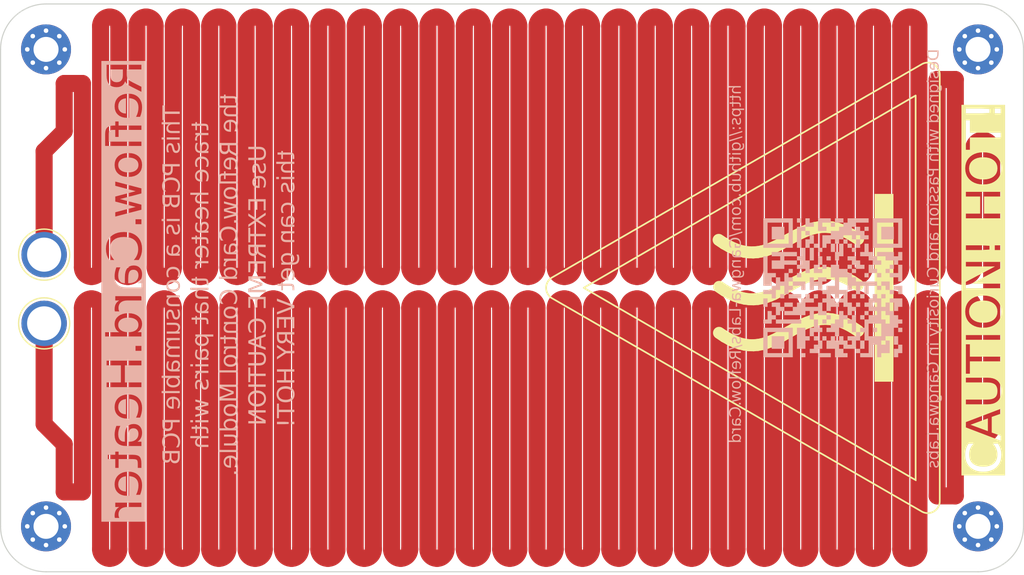
<source format=kicad_pcb>
(kicad_pcb (version 20221018) (generator pcbnew)
  (layers (0 "F.Cu" signal) (1 "In1.Cu" signal) (2 "In2.Cu" signal) (31 "B.Cu" signal) (34 "B.Paste" user) (35 "F.Paste" user) (36 "B.SilkS" user "B.Silkscreen") (37 "F.SilkS" user "F.Silkscreen") (38 "B.Mask" user) (39 "F.Mask" user) (44 "Edge.Cuts" user))
  (net 0 "")
  (footprint "MountingHole:MountingHole_2.2mm_M2_Pad_Via" (layer "F.Cu") (at 98.971573 61.571573)
    (fp_text reference "H5" hide)
    (fp_text value "MountingHole" hide)
    (pad "1" thru_hole circle (at -1.65 0) (size 0.7 0.7) (drill 0.4) (layers "*.Cu" "*.Mask"))
    (pad "1" thru_hole circle (at -1.166726 -1.166726) (size 0.7 0.7) (drill 0.4) (layers "*.Cu" "*.Mask"))
    (pad "1" thru_hole circle (at -1.166726 1.166726) (size 0.7 0.7) (drill 0.4) (layers "*.Cu" "*.Mask"))
    (pad "1" thru_hole circle (at 0 -1.65) (size 0.7 0.7) (drill 0.4) (layers "*.Cu" "*.Mask"))
    (pad "1" thru_hole circle (at 0 0) (size 4.4 4.4) (drill 2.2) (layers "*.Cu" "*.Mask"))
    (pad "1" thru_hole circle (at 0 1.65) (size 0.7 0.7) (drill 0.4) (layers "*.Cu" "*.Mask"))
    (pad "1" thru_hole circle (at 1.166726 -1.166726) (size 0.7 0.7) (drill 0.4) (layers "*.Cu" "*.Mask"))
    (pad "1" thru_hole circle (at 1.166726 1.166726) (size 0.7 0.7) (drill 0.4) (layers "*.Cu" "*.Mask"))
    (pad "1" thru_hole circle (at 1.65 0) (size 0.7 0.7) (drill 0.4) (layers "*.Cu" "*.Mask"))
  )
  (footprint "TestPoint:TestPoint_Pad_D4.0mm" (layer "F.Cu") (at 98.804847 79.646573)
    (fp_text reference "J9" hide)
    (fp_text value "Conn_01x01_Pin" hide)
    (pad "1" thru_hole circle (at 0 0) (size 4 4) (drill 3) (layers "*.Cu" "*.Mask"))
  )
  (footprint "MountingHole:MountingHole_2.2mm_M2_Pad_Via" (layer "F.Cu") (at 180.971573 103.571573)
    (fp_text reference "H6" hide)
    (fp_text value "MountingHole" hide)
    (pad "1" thru_hole circle (at -1.65 0) (size 0.7 0.7) (drill 0.4) (layers "*.Cu" "*.Mask"))
    (pad "1" thru_hole circle (at -1.166726 -1.166726) (size 0.7 0.7) (drill 0.4) (layers "*.Cu" "*.Mask"))
    (pad "1" thru_hole circle (at -1.166726 1.166726) (size 0.7 0.7) (drill 0.4) (layers "*.Cu" "*.Mask"))
    (pad "1" thru_hole circle (at 0 -1.65) (size 0.7 0.7) (drill 0.4) (layers "*.Cu" "*.Mask"))
    (pad "1" thru_hole circle (at 0 0) (size 4.4 4.4) (drill 2.2) (layers "*.Cu" "*.Mask"))
    (pad "1" thru_hole circle (at 0 1.65) (size 0.7 0.7) (drill 0.4) (layers "*.Cu" "*.Mask"))
    (pad "1" thru_hole circle (at 1.166726 -1.166726) (size 0.7 0.7) (drill 0.4) (layers "*.Cu" "*.Mask"))
    (pad "1" thru_hole circle (at 1.166726 1.166726) (size 0.7 0.7) (drill 0.4) (layers "*.Cu" "*.Mask"))
    (pad "1" thru_hole circle (at 1.65 0) (size 0.7 0.7) (drill 0.4) (layers "*.Cu" "*.Mask"))
  )
  (footprint "MountingHole:MountingHole_2.2mm_M2_Pad_Via" (layer "F.Cu") (at 180.971573 61.571573)
    (fp_text reference "H7" hide)
    (fp_text value "MountingHole" hide)
    (pad "1" thru_hole circle (at -1.65 0) (size 0.7 0.7) (drill 0.4) (layers "*.Cu" "*.Mask"))
    (pad "1" thru_hole circle (at -1.166726 -1.166726) (size 0.7 0.7) (drill 0.4) (layers "*.Cu" "*.Mask"))
    (pad "1" thru_hole circle (at -1.166726 1.166726) (size 0.7 0.7) (drill 0.4) (layers "*.Cu" "*.Mask"))
    (pad "1" thru_hole circle (at 0 -1.65) (size 0.7 0.7) (drill 0.4) (layers "*.Cu" "*.Mask"))
    (pad "1" thru_hole circle (at 0 0) (size 4.4 4.4) (drill 2.2) (layers "*.Cu" "*.Mask"))
    (pad "1" thru_hole circle (at 0 1.65) (size 0.7 0.7) (drill 0.4) (layers "*.Cu" "*.Mask"))
    (pad "1" thru_hole circle (at 1.166726 -1.166726) (size 0.7 0.7) (drill 0.4) (layers "*.Cu" "*.Mask"))
    (pad "1" thru_hole circle (at 1.166726 1.166726) (size 0.7 0.7) (drill 0.4) (layers "*.Cu" "*.Mask"))
    (pad "1" thru_hole circle (at 1.65 0) (size 0.7 0.7) (drill 0.4) (layers "*.Cu" "*.Mask"))
  )
  (footprint "TestPoint:TestPoint_Pad_D4.0mm" (layer "F.Cu") (at 98.804847 85.696573)
    (fp_text reference "J11" hide)
    (fp_text value "Conn_01x01_Pin" hide)
    (pad "1" thru_hole circle (at 0 0) (size 4 4) (drill 3) (layers "*.Cu" "*.Mask"))
  )
  (footprint "MountingHole:MountingHole_2.2mm_M2_Pad_Via" (layer "F.Cu") (at 98.971573 103.571573)
    (fp_text reference "H8" hide)
    (fp_text value "MountingHole" hide)
    (pad "1" thru_hole circle (at -1.65 0) (size 0.7 0.7) (drill 0.4) (layers "*.Cu" "*.Mask"))
    (pad "1" thru_hole circle (at -1.166726 -1.166726) (size 0.7 0.7) (drill 0.4) (layers "*.Cu" "*.Mask"))
    (pad "1" thru_hole circle (at -1.166726 1.166726) (size 0.7 0.7) (drill 0.4) (layers "*.Cu" "*.Mask"))
    (pad "1" thru_hole circle (at 0 -1.65) (size 0.7 0.7) (drill 0.4) (layers "*.Cu" "*.Mask"))
    (pad "1" thru_hole circle (at 0 0) (size 4.4 4.4) (drill 2.2) (layers "*.Cu" "*.Mask"))
    (pad "1" thru_hole circle (at 0 1.65) (size 0.7 0.7) (drill 0.4) (layers "*.Cu" "*.Mask"))
    (pad "1" thru_hole circle (at 1.166726 -1.166726) (size 0.7 0.7) (drill 0.4) (layers "*.Cu" "*.Mask"))
    (pad "1" thru_hole circle (at 1.166726 1.166726) (size 0.7 0.7) (drill 0.4) (layers "*.Cu" "*.Mask"))
    (pad "1" thru_hole circle (at 1.65 0) (size 0.7 0.7) (drill 0.4) (layers "*.Cu" "*.Mask"))
  )
  (footprint "Qr Codes:reflowcardqrcode" (layer "B.Cu") (at 168.2 82.571573 -90)
    (fp_text reference "G***" hide)
    (fp_text value "LOGO" hide)
  )
  (gr_line (start 160.437728 87.569916) (end 160.023211 87.473314) (stroke (width 1.058333)) (layer "F.SilkS"))
  (gr_line (start 166.62831 85.4056) (end 166.275641 85.5037) (stroke (width 1.058333)) (layer "F.SilkS"))
  (gr_line (start 166.985874 77.230991) (end 166.622061 77.296133) (stroke (width 1.058333)) (layer "F.SilkS"))
  (gr_line (start 161.962246 83.482416) (end 161.60272 83.547467) (stroke (width 1.058333)) (layer "F.SilkS"))
  (gr_line (start 164.281544 82.427905) (end 163.639858 82.79383) (stroke (width 1.058333)) (layer "F.SilkS"))
  (gr_poly (pts (xy 173.528565 74.29673) (xy 173.528565 90.833188) (xy 171.874918 90.833188) (xy 171.874918 74.29673)) (fill solid) (layer "F.SilkS"))
  (gr_poly (pts (xy 175.481535 65.631297) (xy 175.481535 99.498292) (xy 146.278885 82.564629)) (stroke (width 0.15)) (fill none) (layer "F.SilkS"))
  (gr_line (start 166.622061 77.296133) (end 166.268124 77.390475) (stroke (width 1.058333)) (layer "F.SilkS"))
  (gr_line (start 161.567042 79.423457) (end 161.19347 79.451406) (stroke (width 1.058333)) (layer "F.SilkS"))
  (gr_line (start 161.955681 87.530281) (end 161.594389 87.59562) (stroke (width 1.058333)) (layer "F.SilkS"))
  (gr_line (start 162.307191 87.435052) (end 161.955681 87.530281) (stroke (width 1.058333)) (layer "F.SilkS"))
  (gr_line (start 162.65033 87.314173) (end 162.307191 87.435052) (stroke (width 1.058333)) (layer "F.SilkS"))
  (gr_line (start 160.836823 87.619676) (end 160.437728 87.569916) (stroke (width 1.058333)) (layer "F.SilkS"))
  (gr_line (start 159.591864 87.325631) (end 159.142275 87.122628) (stroke (width 1.058333)) (layer "F.SilkS"))
  (gr_line (start 169.42295 81.739177) (end 168.971606 81.542033) (stroke (width 1.058333)) (layer "F.SilkS"))
  (gr_line (start 161.19347 79.451406) (end 160.807402 79.441302) (stroke (width 1.058333)) (layer "F.SilkS"))
  (gr_line (start 170.387299 82.314928) (end 169.894372 81.995397) (stroke (width 1.058333)) (layer "F.SilkS"))
  (gr_line (start 159.992193 79.290122) (end 159.560253 79.140639) (stroke (width 1.058333)) (layer "F.SilkS"))
  (gr_line (start 163.643622 86.840012) (end 162.986509 87.171881) (stroke (width 1.058333)) (layer "F.SilkS"))
  (gr_line (start 169.45482 85.780777) (end 169.002824 85.583739) (stroke (width 1.058333)) (layer "F.SilkS"))
  (gr_line (start 167.748723 77.205123) (end 167.360962 77.199253) (stroke (width 1.058333)) (layer "F.SilkS"))
  (gr_line (start 165.594541 85.77129) (end 164.936358 86.10581) (stroke (width 1.058333)) (layer "F.SilkS"))
  (gr_line (start 159.606545 83.276443) (end 159.157607 83.073334) (stroke (width 1.058333)) (layer "F.SilkS"))
  (gr_line (start 162.987106 83.124988) (end 162.653012 83.266941) (stroke (width 1.058333)) (layer "F.SilkS"))
  (gr_line (start 169.894372 81.995397) (end 169.42295 81.739177) (stroke (width 1.058333)) (layer "F.SilkS"))
  (gr_line (start 168.971606 81.542033) (end 168.538911 81.399728) (stroke (width 1.058333)) (layer "F.SilkS"))
  (gr_line (start 162.653012 83.266941) (end 162.311868 83.387495) (stroke (width 1.058333)) (layer "F.SilkS"))
  (gr_line (start 170.419711 78.26548) (end 169.926552 77.945697) (stroke (width 1.058333)) (layer "F.SilkS"))
  (gr_line (start 169.002023 77.490408) (end 168.567855 77.346497) (stroke (width 1.058333)) (layer "F.SilkS"))
  (gr_line (start 165.577408 81.727287) (end 164.923587 82.061096) (stroke (width 1.058333)) (layer "F.SilkS"))
  (gr_line (start 168.152681 85.350058) (end 167.751714 85.304938) (stroke (width 1.058333)) (layer "F.SilkS"))
  (gr_line (start 166.990939 85.336947) (end 166.62831 85.4056) (stroke (width 1.058333)) (layer "F.SilkS"))
  (gr_line (start 162.282297 79.270212) (end 161.929519 79.361658) (stroke (width 1.058333)) (layer "F.SilkS"))
  (gr_line (start 165.584285 77.649949) (end 164.923175 77.975784) (stroke (width 1.058333)) (layer "F.SilkS"))
  (gr_line (start 169.926552 77.945697) (end 169.454456 77.68874) (stroke (width 1.058333)) (layer "F.SilkS"))
  (gr_line (start 158.640715 78.672871) (end 158.15032 78.346178) (stroke (width 1.058333)) (layer "F.SilkS"))
  (gr_line (start 159.142275 87.122628) (end 158.673034 86.860067) (stroke (width 1.058333)) (layer "F.SilkS"))
  (gr_line (start 168.150554 77.252803) (end 167.748723 77.205123) (stroke (width 1.058333)) (layer "F.SilkS"))
  (gr_line (start 166.254429 81.460362) (end 165.912304 81.583346) (stroke (width 1.058333)) (layer "F.SilkS"))
  (gr_line (start 164.923175 77.975784) (end 164.273606 78.334355) (stroke (width 1.058333)) (layer "F.SilkS"))
  (gr_line (start 163.639858 82.79383) (end 162.987106 83.124988) (stroke (width 1.058333)) (layer "F.SilkS"))
  (gr_line (start 158.688771 82.810707) (end 158.198607 82.484328) (stroke (width 1.058333)) (layer "F.SilkS"))
  (gr_line (start 162.311868 83.387495) (end 161.962246 83.482416) (stroke (width 1.058333)) (layer "F.SilkS"))
  (gr_line (start 160.407443 79.388942) (end 159.992193 79.290122) (stroke (width 1.058333)) (layer "F.SilkS"))
  (gr_line (start 160.848242 83.57102) (end 160.450435 83.52105) (stroke (width 1.058333)) (layer "F.SilkS"))
  (gr_line (start 159.157607 83.073334) (end 158.688771 82.810707) (stroke (width 1.058333)) (layer "F.SilkS"))
  (gr_poly (pts (xy 142.96977 82.53631) (xy 142.9715 82.501225) (xy 142.974369 82.466342) (xy 142.978364 82.431687) (xy 142.983473 82.397285) (xy 142.989684 82.363158) (xy 142.996985 82.329332) (xy 143.005364 82.29583) (xy 143.01481 82.262677) (xy 143.025308 82.229897) (xy 143.036849 82.197515) (xy 143.049419 82.165554) (xy 143.063006 82.134039) (xy 143.077598 82.102993) (xy 143.093184 82.072442) (xy 143.109751 82.042409) (xy 143.127287 82.012919) (xy 143.145779 81.983995) (xy 143.165216 81.955663) (xy 143.185586 81.927946) (xy 143.206876 81.900868) (xy 143.229075 81.874454) (xy 143.25217 81.848728) (xy 143.276149 81.823714) (xy 143.301 81.799437) (xy 143.326711 81.77592) (xy 143.35327 81.753188) (xy 143.380665 81.731265) (xy 143.408883 81.710175) (xy 143.437912 81.689943) (xy 143.467741 81.670592) (xy 143.498358 81.652148) (xy 176.015646 62.879961) (xy 176.015646 62.879958) (xy 176.07731 62.846239) (xy 176.140612 62.817016) (xy 176.205329 62.792289) (xy 176.271237 62.772058) (xy 176.338114 62.756322) (xy 176.405738 62.745083) (xy 176.473884 62.738339) (xy 176.542332 62.736091) (xy 176.610856 62.738339) (xy 176.679236 62.745083) (xy 176.747247 62.756322) (xy 176.814667 62.772058) (xy 176.881274 62.792289) (xy 176.946843 62.817016) (xy 177.011153 62.846239) (xy 177.073981 62.879958) (xy 177.133336 62.917753) (xy 177.189775 62.959075) (xy 177.243171 63.00373) (xy 177.293399 63.051525) (xy 177.340332 63.102265) (xy 177.383845 63.155756) (xy 177.423812 63.211806) (xy 177.460106 63.27022) (xy 177.492602 63.330804) (xy 177.521174 63.393365) (xy 177.545695 63.457708) (xy 177.566041 63.523641) (xy 177.582085 63.590969) (xy 177.5937 63.659499) (xy 177.600762 63.729036) (xy 177.603144 63.799387) (xy 177.603144 101.34376) (xy 177.602565 101.379025) (xy 177.600835 101.414111) (xy 177.597966 101.448994) (xy 177.593972 101.483648) (xy 177.588862 101.518051) (xy 177.582651 101.552178) (xy 177.57535 101.586004) (xy 177.566971 101.619506) (xy 177.557526 101.652659) (xy 177.547027 101.685438) (xy 177.535487 101.717821) (xy 177.522917 101.749782) (xy 177.50933 101.781297) (xy 177.494737 101.812343) (xy 177.479152 101.842894) (xy 177.462585 101.872927) (xy 177.445049 101.902417) (xy 177.426557 101.931341) (xy 177.40712 101.959673) (xy 177.38675 101.98739) (xy 177.36546 102.014468) (xy 177.343262 102.040882) (xy 177.320167 102.066608) (xy 177.296188 102.091622) (xy 177.271337 102.115899) (xy 177.245626 102.139416) (xy 177.219067 102.162148) (xy 177.191673 102.184071) (xy 177.163455 102.20516) (xy 177.134426 102.225393) (xy 177.104597 102.244743) (xy 177.073981 102.263187) (xy 177.012317 102.296906) (xy 176.949015 102.326129) (xy 176.884299 102.350856) (xy 176.81839 102.371088) (xy 176.751513 102.386823) (xy 176.683889 102.398063) (xy 176.615743 102.404807) (xy 176.547295 102.407055) (xy 176.478771 102.404807) (xy 176.410391 102.398063) (xy 176.34238 102.386823) (xy 176.27496 102.371088) (xy 176.208353 102.350856) (xy 176.142784 102.326129) (xy 176.078474 102.296906) (xy 176.015646 102.263187) (xy 143.498358 83.491002) (xy 143.439002 83.453207) (xy 143.382564 83.411885) (xy 143.329167 83.36723) (xy 143.27894 83.319436) (xy 143.232006 83.268696) (xy 143.188493 83.215205) (xy 143.148526 83.159155) (xy 143.112231 83.100741) (xy 143.079735 83.040157) (xy 143.051163 82.977596) (xy 143.026641 82.913253) (xy 143.006295 82.84732) (xy 142.990251 82.779992) (xy 142.978635 82.711463) (xy 142.971573 82.641926) (xy 142.969191 82.571576)) (stroke (width 0.15)) (fill none) (layer "F.SilkS"))
  (gr_line (start 162.986509 87.171881) (end 162.65033 87.314173) (stroke (width 1.058333)) (layer "F.SilkS"))
  (gr_line (start 167.360962 77.199253) (end 166.985874 77.230991) (stroke (width 1.058333)) (layer "F.SilkS"))
  (gr_line (start 164.936358 86.10581) (end 164.289812 86.473353) (stroke (width 1.058333)) (layer "F.SilkS"))
  (gr_line (start 167.338446 81.259503) (end 166.966072 81.294205) (stroke (width 1.058333)) (layer "F.SilkS"))
  (gr_line (start 163.624393 78.692035) (end 162.964352 79.015196) (stroke (width 1.058333)) (layer "F.SilkS"))
  (gr_line (start 161.594389 87.59562) (end 161.221907 87.626831) (stroke (width 1.058333)) (layer "F.SilkS"))
  (gr_line (start 167.364937 85.30198) (end 166.990939 85.336947) (stroke (width 1.058333)) (layer "F.SilkS"))
  (gr_line (start 159.560253 79.140639) (end 159.110227 78.93629) (stroke (width 1.058333)) (layer "F.SilkS"))
  (gr_line (start 166.268124 77.390475) (end 165.922664 77.509815) (stroke (width 1.058333)) (layer "F.SilkS"))
  (gr_line (start 170.419711 86.35644) (end 169.926645 86.036931) (stroke (width 1.058333)) (layer "F.SilkS"))
  (gr_line (start 164.923587 82.061096) (end 164.281544 82.427905) (stroke (width 1.058333)) (layer "F.SilkS"))
  (gr_line (start 161.929519 79.361658) (end 161.567042 79.423457) (stroke (width 1.058333)) (layer "F.SilkS"))
  (gr_line (start 168.123438 81.308029) (end 167.723759 81.262699) (stroke (width 1.058333)) (layer "F.SilkS"))
  (gr_line (start 162.626775 79.153324) (end 162.282297 79.270212) (stroke (width 1.058333)) (layer "F.SilkS"))
  (gr_line (start 160.023211 87.473314) (end 159.591864 87.325631) (stroke (width 1.058333)) (layer "F.SilkS"))
  (gr_line (start 165.912304 81.583346) (end 165.577408 81.727287) (stroke (width 1.058333)) (layer "F.SilkS"))
  (gr_line (start 169.926645 86.036931) (end 169.45482 85.780777) (stroke (width 1.058333)) (layer "F.SilkS"))
  (gr_line (start 166.605209 81.36257) (end 166.254429 81.460362) (stroke (width 1.058333)) (layer "F.SilkS"))
  (gr_line (start 167.751714 85.304938) (end 167.364937 85.30198) (stroke (width 1.058333)) (layer "F.SilkS"))
  (gr_line (start 159.110227 78.93629) (end 158.640715 78.672871) (stroke (width 1.058333)) (layer "F.SilkS"))
  (gr_line (start 165.922664 77.509815) (end 165.584285 77.649949) (stroke (width 1.058333)) (layer "F.SilkS"))
  (gr_line (start 168.538911 81.399728) (end 168.123438 81.308029) (stroke (width 1.058333)) (layer "F.SilkS"))
  (gr_line (start 165.931521 85.627009) (end 165.594541 85.77129) (stroke (width 1.058333)) (layer "F.SilkS"))
  (gr_line (start 164.273606 78.334355) (end 163.624393 78.692035) (stroke (width 1.058333)) (layer "F.SilkS"))
  (gr_line (start 168.567855 77.346497) (end 168.150554 77.252803) (stroke (width 1.058333)) (layer "F.SilkS"))
  (gr_line (start 169.002824 85.583739) (end 168.569248 85.441579) (stroke (width 1.058333)) (layer "F.SilkS"))
  (gr_line (start 166.275641 85.5037) (end 165.931521 85.627009) (stroke (width 1.058333)) (layer "F.SilkS"))
  (gr_line (start 162.964352 79.015196) (end 162.626775 79.153324) (stroke (width 1.058333)) (layer "F.SilkS"))
  (gr_line (start 161.60272 83.547467) (end 161.231862 83.578413) (stroke (width 1.058333)) (layer "F.SilkS"))
  (gr_line (start 164.289812 86.473353) (end 163.643622 86.840012) (stroke (width 1.058333)) (layer "F.SilkS"))
  (gr_line (start 168.569248 85.441579) (end 168.152681 85.350058) (stroke (width 1.058333)) (layer "F.SilkS"))
  (gr_line (start 158.673034 86.860067) (end 158.182732 86.53371) (stroke (width 1.058333)) (layer "F.SilkS"))
  (gr_line (start 161.231862 83.578413) (end 160.848242 83.57102) (stroke (width 1.058333)) (layer "F.SilkS"))
  (gr_line (start 169.454456 77.68874) (end 169.002023 77.490408) (stroke (width 1.058333)) (layer "F.SilkS"))
  (gr_line (start 167.723759 81.262699) (end 167.338446 81.259503) (stroke (width 1.058333)) (layer "F.SilkS"))
  (gr_line (start 160.037012 83.42427) (end 159.606545 83.276443) (stroke (width 1.058333)) (layer "F.SilkS"))
  (gr_line (start 161.221907 87.626831) (end 160.836823 87.619676) (stroke (width 1.058333)) (layer "F.SilkS"))
  (gr_line (start 160.450435 83.52105) (end 160.037012 83.42427) (stroke (width 1.058333)) (layer "F.SilkS"))
  (gr_line (start 166.966072 81.294205) (end 166.605209 81.36257) (stroke (width 1.058333)) (layer "F.SilkS"))
  (gr_line (start 160.807402 79.441302) (end 160.407443 79.388942) (stroke (width 1.058333)) (layer "F.SilkS"))
  (gr_line (start 180.971573 107.571573) (end 98.971573 107.571573) (stroke (width 0.1)) (layer "Edge.Cuts"))
  (gr_arc (start 94.971573 61.571573) (mid 96.143146 58.743146) (end 98.971573 57.571573) (stroke (width 0.1)) (layer "Edge.Cuts"))
  (gr_line (start 180.971573 57.571573) (end 98.971573 57.571573) (stroke (width 0.1)) (layer "Edge.Cuts"))
  (gr_arc (start 180.971573 57.571573) (mid 183.8 58.743146) (end 184.971573 61.571573) (stroke (width 0.1)) (layer "Edge.Cuts"))
  (gr_arc (start 184.971573 103.571573) (mid 183.8 106.4) (end 180.971573 107.571573) (stroke (width 0.1)) (layer "Edge.Cuts"))
  (gr_arc (start 98.971573 107.571573) (mid 96.143128 106.400018) (end 94.971573 103.571573) (stroke (width 0.1)) (layer "Edge.Cuts"))
  (gr_line (start 94.971573 103.571573) (end 94.971573 61.571573) (stroke (width 0.1)) (layer "Edge.Cuts"))
  (gr_line (start 184.971573 61.571573) (end 184.971573 103.571573) (stroke (width 0.1)) (layer "Edge.Cuts"))
  (gr_text "Reflow.Card.Heater" (at 107.871573 82.671573 90) (layer "B.SilkS" knockout) (effects (font (size 3 3)) (justify bottom mirror)))
  (gr_text "https://github.com/Gangwa-Labs/Reflow.Card" (at 160.271573 64.671573 90) (layer "B.SilkS") (effects (font (size 1 1)) (justify left bottom mirror)))
  (gr_text "Designed with Passion and Curiosity in Gangwa.Labs" (at 177.671573 61.51784 90) (layer "B.SilkS") (effects (font (size 1 1)) (justify left bottom mirror)))
  (gr_text "This PCB is a consumable PCB \ntrace heater that pairs with \nthe Reflow.Card Control Module. \nUse EXTREME CAUTION \nthis can get VERY HOT!" (at 121.071573 82.671573 90) (layer "B.SilkS") (effects (font (size 1.5 1.5)) (justify bottom mirror)))
  (gr_text "CAUTION! HOT!" (at 183.471573 82.571573 90) (layer "F.SilkS" knockout) (effects (font (size 3 3)) (justify bottom)))
  (segment (start 138.971573 84.338299) (end 138.971573 105.588299) (width 1.5) (layer "F.Cu") (net 0))
  (segment (start 111.771573 105.588299) (end 111.771573 84.338299) (width 1.5) (layer "F.Cu") (net 0))
  (segment (start 161.371573 59.521751) (end 161.371573 80.771751) (width 1.5) (layer "F.Cu") (net 0))
  (segment (start 166.171573 80.771751) (end 166.171573 59.521751) (width 1.5) (layer "F.Cu") (net 0))
  (segment (start 162.971573 105.588299) (end 162.971573 84.338299) (width 1.5) (layer "F.Cu") (net 0))
  (segment (start 103.771573 59.521751) (end 103.771573 80.771751) (width 1.5) (layer "F.Cu") (net 0))
  (segment (start 113.371573 84.338299) (end 113.371573 105.588299) (width 1.5) (layer "F.Cu") (net 0))
  (segment (start 169.371573 105.588299) (end 169.371573 84.338299) (width 1.5) (layer "F.Cu") (net 0))
  (segment (start 108.571573 105.588299) (end 108.571573 84.338299) (width 1.5) (layer "F.Cu") (net 0))
  (segment (start 153.371573 80.771751) (end 153.371573 59.521751) (width 1.5) (layer "F.Cu") (net 0))
  (segment (start 162.971573 80.771751) (end 162.971573 59.521751) (width 1.5) (layer "F.Cu") (net 0))
  (segment (start 106.971573 59.521751) (end 106.971573 80.771751) (width 1.5) (layer "F.Cu") (net 0))
  (segment (start 106.971573 84.338299) (end 106.971573 105.588299) (width 1.5) (layer "F.Cu") (net 0))
  (segment (start 119.771573 59.521751) (end 119.771573 80.771751) (width 1.5) (layer "F.Cu") (net 0))
  (segment (start 146.971573 80.771751) (end 146.971573 59.521751) (width 1.5) (layer "F.Cu") (net 0))
  (segment (start 159.771573 80.771751) (end 159.771573 59.521751) (width 1.5) (layer "F.Cu") (net 0))
  (segment (start 137.371573 105.588299) (end 137.371573 84.338299) (width 1.5) (layer "F.Cu") (net 0))
  (segment (start 122.971573 84.338299) (end 122.971573 105.588299) (width 1.5) (layer "F.Cu") (net 0))
  (segment (start 180.571573 70.371751) (end 180.571573 80.771751) (width 1.5) (layer "F.Cu") (net 0))
  (segment (start 167.771573 84.338299) (end 167.771573 105.588299) (width 1.5) (layer "F.Cu") (net 0))
  (segment (start 135.771573 84.338299) (end 135.771573 105.588299) (width 1.5) (layer "F.Cu") (net 0))
  (segment (start 178.971573 80.771751) (end 178.971573 64.221751) (width 1.5) (layer "F.Cu") (net 0))
  (segment (start 100.571573 96.338299) (end 100.571573 100.538299) (width 1.5) (layer "F.Cu") (net 0))
  (segment (start 182.171573 94.730025) (end 182.171573 70.380025) (width 1.5) (layer "F.Cu") (net 0))
  (segment (start 177.371573 84.338299) (end 177.371573 100.888299) (width 1.5) (layer "F.Cu") (net 0))
  (segment (start 119.771573 84.338299) (end 119.771573 105.588299) (width 1.5) (layer "F.Cu") (net 0))
  (segment (start 103.771573 84.338299) (end 103.771573 105.588299) (width 1.5) (layer "F.Cu") (net 0))
  (segment (start 100.571573 100.538299) (end 102.171573 100.538299) (width 1.5) (layer "F.Cu") (net 0))
  (segment (start 124.571573 80.771751) (end 124.571573 59.521751) (width 1.5) (layer "F.Cu") (net 0))
  (segment (start 174.171573 59.521751) (end 174.171573 80.771751) (width 1.5) (layer "F.Cu") (net 0))
  (segment (start 145.371573 84.338299) (end 145.371573 105.588299) (width 1.5) (layer "F.Cu") (net 0))
  (segment (start 134.171573 105.588299) (end 134.171573 84.338299) (width 1.5) (layer "F.Cu") (net 0))
  (segment (start 98.804847 94.571573) (end 98.804847 85.580025) (width 1.5) (layer "F.Cu") (net 0))
  (segment (start 137.371573 80.771751) (end 137.371573 59.521751) (width 1.5) (layer "F.Cu") (net 0))
  (segment (start 132.571573 84.338299) (end 132.571573 105.588299) (width 1.5) (layer "F.Cu") (net 0))
  (segment (start 150.171573 80.771751) (end 150.171573 59.521751) (width 1.5) (layer "F.Cu") (net 0))
  (segment (start 118.171573 80.771751) (end 118.171573 59.521751) (width 1.5) (layer "F.Cu") (net 0))
  (segment (start 105.371573 80.771751) (end 105.371573 59.521751) (width 1.5) (layer "F.Cu") (net 0))
  (segment (start 161.371573 84.338299) (end 161.371573 105.588299) (width 1.5) (layer "F.Cu") (net 0))
  (segment (start 135.771573 59.521751) (end 135.771573 80.771751) (width 1.5) (layer "F.Cu") (net 0))
  (segment (start 154.971573 59.521751) (end 154.971573 80.771751) (width 1.5) (layer "F.Cu") (net 0))
  (segment (start 170.971573 59.521751) (end 170.971573 80.771751) (width 1.5) (layer "F.Cu") (net 0))
  (segment (start 114.971573 105.588299) (end 114.971573 84.338299) (width 1.5) (layer "F.Cu") (net 0))
  (segment (start 129.371573 59.521751) (end 129.371573 80.771751) (width 1.5) (layer "F.Cu") (net 0))
  (segment (start 164.571573 84.338299) (end 164.571573 105.588299) (width 1.5) (layer "F.Cu") (net 0))
  (segment (start 132.571573 59.521751) (end 132.571573 80.771751) (width 1.5) (layer "F.Cu") (net 0))
  (segment (start 98.804847 70.538477) (end 98.804847 79.530025) (width 1.5) (layer "F.Cu") (net 0))
  (segment (start 111.771573 80.771751) (end 111.771573 59.521751) (width 1.5) (layer "F.Cu") (net 0))
  (segment (start 126.171573 59.521751) (end 126.171573 80.771751) (width 1.5) (layer "F.Cu") (net 0))
  (segment (start 102.171573 100.538299) (end 102.171573 84.338299) (width 1.5) (layer "F.Cu") (net 0))
  (segment (start 121.371573 80.771751) (end 121.371573 59.521751) (width 1.5) (layer "F.Cu") (net 0))
  (segment (start 110.171573 59.521751) (end 110.171573 80.771751) (width 1.5) (layer "F.Cu") (net 0))
  (segment (start 167.771573 59.521751) (end 167.771573 80.771751) (width 1.5) (layer "F.Cu") (net 0))
  (segment (start 158.171573 59.521751) (end 158.171573 80.771751) (width 1.5) (layer "F.Cu") (net 0))
  (segment (start 148.571573 84.338299) (end 148.571573 105.588299) (width 1.5) (layer "F.Cu") (net 0))
  (segment (start 127.771573 105.588299) (end 127.771573 84.338299) (width 1.5) (layer "F.Cu") (net 0))
  (segment (start 140.571573 80.771751) (end 140.571573 59.521751) (width 1.5) (layer "F.Cu") (net 0))
  (segment (start 172.571573 105.588299) (end 172.571573 84.338299) (width 1.5) (layer "F.Cu") (net 0))
  (segment (start 134.171573 80.771751) (end 134.171573 59.521751) (width 1.5) (layer "F.Cu") (net 0))
  (segment (start 116.571573 84.338299) (end 116.571573 105.588299) (width 1.5) (layer "F.Cu") (net 0))
  (segment (start 143.771573 80.771751) (end 143.771573 59.521751) (width 1.5) (layer "F.Cu") (net 0))
  (segment (start 177.371573 64.221751) (end 177.371573 80.771751) (width 1.5) (layer "F.Cu") (net 0))
  (segment (start 151.771573 84.338299) (end 151.771573 105.588299) (width 1.5) (layer "F.Cu") (net 0))
  (segment (start 154.971573 84.338299) (end 154.971573 105.588299) (width 1.5) (layer "F.Cu") (net 0))
  (segment (start 146.971573 105.588299) (end 146.971573 84.338299) (width 1.5) (layer "F.Cu") (net 0))
  (segment (start 148.571573 59.521751) (end 148.571573 80.771751) (width 1.5) (layer "F.Cu") (net 0))
  (segment (start 145.371573 59.521751) (end 145.371573 80.771751) (width 1.5) (layer "F.Cu") (net 0))
  (segment (start 100.571573 64.571751) (end 102.171573 64.571751) (width 1.5) (layer "F.Cu") (net 0))
  (segment (start 138.971573 59.521751) (end 138.971573 80.771751) (width 1.5) (layer "F.Cu") (net 0))
  (segment (start 177.371573 64.221751) (end 178.971573 64.221751) (width 1.5) (layer "F.Cu") (net 0))
  (segment (start 153.371573 105.588299) (end 153.371573 84.338299) (width 1.5) (layer "F.Cu") (net 0))
  (segment (start 142.171573 59.521751) (end 142.171573 80.771751) (width 1.5) (layer "F.Cu") (net 0))
  (segment (start 175.771573 80.771751) (end 175.771573 59.521751) (width 1.5) (layer "F.Cu") (net 0))
  (segment (start 113.371573 59.521751) (end 113.371573 80.771751) (width 1.5) (layer "F.Cu") (net 0))
  (segment (start 158.171573 84.338299) (end 158.171573 105.588299) (width 1.5) (layer "F.Cu") (net 0))
  (segment (start 116.571573 59.521751) (end 116.571573 80.771751) (width 1.5) (layer "F.Cu") (net 0))
  (segment (start 169.371573 80.771751) (end 169.371573 59.521751) (width 1.5) (layer "F.Cu") (net 0))
  (segment (start 166.171573 105.588299) (end 166.171573 84.338299) (width 1.5) (layer "F.Cu") (net 0))
  (segment (start 114.971573 80.771751) (end 114.971573 59.521751) (width 1.5) (layer "F.Cu") (net 0))
  (segment (start 108.571573 80.771751) (end 108.571573 59.521751) (width 1.5) (layer "F.Cu") (net 0))
  (segment (start 110.171573 84.338299) (end 110.171573 105.588299) (width 1.5) (layer "F.Cu") (net 0))
  (segment (start 127.771573 80.771751) (end 127.771573 59.521751) (width 1.5) (layer "F.Cu") (net 0))
  (segment (start 151.771573 59.521751) (end 151.771573 80.771751) (width 1.5) (layer "F.Cu") (net 0))
  (segment (start 122.971573 59.521751) (end 122.971573 80.771751) (width 1.5) (layer "F.Cu") (net 0))
  (segment (start 126.171573 84.338299) (end 126.171573 105.588299) (width 1.5) (layer "F.Cu") (net 0))
  (segment (start 150.171573 105.588299) (end 150.171573 84.338299) (width 1.5) (layer "F.Cu") (net 0))
  (segment (start 100.571573 96.338299) (end 98.804847 94.571573) (width 1.5) (layer "F.Cu") (net 0))
  (segment (start 143.771573 105.588299) (end 143.771573 84.338299) (width 1.5) (layer "F.Cu") (net 0))
  (segment (start 177.371573 100.888299) (end 178.971573 100.888299) (width 1.5) (layer "F.Cu") (net 0))
  (segment (start 100.571573 68.771751) (end 98.804847 70.538477) (width 1.5) (layer "F.Cu") (net 0))
  (segment (start 172.571573 80.771751) (end 172.571573 59.521751) (width 1.5) (layer "F.Cu") (net 0))
  (segment (start 164.571573 59.521751) (end 164.571573 80.771751) (width 1.5) (layer "F.Cu") (net 0))
  (segment (start 140.571573 105.588299) (end 140.571573 84.338299) (width 1.5) (layer "F.Cu") (net 0))
  (segment (start 130.971573 105.588299) (end 130.971573 84.338299) (width 1.5) (layer "F.Cu") (net 0))
  (segment (start 159.771573 105.588299) (end 159.771573 84.338299) (width 1.5) (layer "F.Cu") (net 0))
  (segment (start 175.771573 105.588299) (end 175.771573 84.338299) (width 1.5) (layer "F.Cu") (net 0))
  (segment (start 156.571573 80.771751) (end 156.571573 59.521751) (width 1.5) (layer "F.Cu") (net 0))
  (segment (start 100.571573 64.571751) (end 100.571573 68.771751) (width 1.5) (layer "F.Cu") (net 0))
  (segment (start 118.171573 105.588299) (end 118.171573 84.338299) (width 1.5) (layer "F.Cu") (net 0))
  (segment (start 105.371573 105.588299) (end 105.371573 84.338299) (width 1.5) (layer "F.Cu") (net 0))
  (segment (start 170.971573 84.338299) (end 170.971573 105.588299) (width 1.5) (layer "F.Cu") (net 0))
  (segment (start 156.571573 105.588299) (end 156.571573 84.338299) (width 1.5) (layer "F.Cu") (net 0))
  (segment (start 130.971573 80.771751) (end 130.971573 59.521751) (width 1.5) (layer "F.Cu") (net 0))
  (segment (start 129.371573 84.338299) (end 129.371573 105.588299) (width 1.5) (layer "F.Cu") (net 0))
  (segment (start 178.971573 100.888299) (end 178.971573 84.338299) (width 1.5) (layer "F.Cu") (net 0))
  (segment (start 102.171573 80.771751) (end 102.171573 64.571751) (width 1.5) (layer "F.Cu") (net 0))
  (segment (start 142.171573 84.338299) (end 142.171573 105.588299) (width 1.5) (layer "F.Cu") (net 0))
  (segment (start 121.371573 105.588299) (end 121.371573 84.338299) (width 1.5) (layer "F.Cu") (net 0))
  (segment (start 124.571573 105.588299) (end 124.571573 84.338299) (width 1.5) (layer "F.Cu") (net 0))
  (segment (start 180.571573 84.338299) (end 180.571573 94.738299) (width 1.5) (layer "F.Cu") (net 0))
  (segment (start 174.171573 84.338299) (end 174.171573 105.588299) (width 1.5) (layer "F.Cu") (net 0))
  (arc (start 113.371573 80.771751) (mid 113.137258 81.337436) (end 112.571573 81.571751) (width 1.5) (layer "F.Cu") (net 0))
  (arc (start 130.971573 59.521751) (mid 130.737258 58.956066) (end 130.171573 58.721751) (width 1.5) (layer "F.Cu") (net 0))
  (arc (start 174.171573 105.588299) (mid 174.405888 106.153984) (end 174.971573 106.388299) (width 1.5) (layer "F.Cu") (net 0))
  (arc (start 165.371573 58.721751) (mid 164.805888 58.956066) (end 164.571573 59.521751) (width 1.5) (layer "F.Cu") (net 0))
  (arc (start 168.571573 106.388299) (mid 169.137258 106.153984) (end 169.371573 105.588299) (width 1.5) (layer "F.Cu") (net 0))
  (arc (start 166.971573 83.538299) (mid 167.537258 83.772614) (end 167.771573 84.338299) (width 1.5) (layer "F.Cu") (net 0))
  (arc (start 175.771573 59.521751) (mid 175.537258 58.956066) (end 174.971573 58.721751) (width 1.5) (layer "F.Cu") (net 0))
  (arc (start 141.371573 81.571751) (mid 140.805888 81.337436) (end 140.571573 80.771751) (width 1.5) (layer "F.Cu") (net 0))
  (arc (start 172.571573 84.338299) (mid 172.805888 83.772614) (end 173.371573 83.538299) (width 1.5) (layer "F.Cu") (net 0))
  (arc (start 180.571573 80.771751) (mid 180.337258 81.337436) (end 179.771573 81.571751) (width 1.5) (layer "F.Cu") (net 0))
  (arc (start 172.571573 59.521751) (mid 172.337258 58.956066) (end 171.771573 58.721751) (width 1.5) (layer "F.Cu") (net 0))
  (arc (start 160.571573 81.571751) (mid 160.005888 81.337436) (end 159.771573 80.771751) (width 1.5) (layer "F.Cu") (net 0))
  (arc (start 166.171573 59.521751) (mid 165.937258 58.956066) (end 165.371573 58.721751) (width 1.5) (layer "F.Cu") (net 0))
  (arc (start 116.571573 105.588299) (mid 116.805888 106.153984) (end 117.371573 106.388299) (width 1.5) (layer "F.Cu") (net 0))
  (arc (start 121.371573 59.521751) (mid 121.137258 58.956066) (end 120.571573 58.721751) (width 1.5) (layer "F.Cu") (net 0))
  (arc (start 137.371573 59.521751) (mid 137.137258 58.956066) (end 136.571573 58.721751) (width 1.5) (layer "F.Cu") (net 0))
  (arc (start 137.371573 84.338299) (mid 137.605888 83.772614) (end 138.171573 83.538299) (width 1.5) (layer "F.Cu") (net 0))
  (arc (start 140.571573 59.521751) (mid 140.337258 58.956066) (end 139.771573 58.721751) (width 1.5) (layer "F.Cu") (net 0))
  (arc (start 102.971573 83.538299) (mid 103.537258 83.772614) (end 103.771573 84.338299) (width 1.5) (layer "F.Cu") (net 0))
  (arc (start 102.971573 81.571751) (mid 102.405888 81.337436) (end 102.171573 80.771751) (width 1.5) (layer "F.Cu") (net 0))
  (arc (start 127.771573 59.521751) (mid 127.537258 58.956066) (end 126.971573 58.721751) (width 1.5) (layer "F.Cu") (net 0))
  (arc (start 120.571573 58.721751) (mid 120.005888 58.956066) (end 119.771573 59.521751) (width 1.5) (layer "F.Cu") (net 0))
  (arc (start 156.571573 59.521751) (mid 156.337258 58.956066) (end 155.771573 58.721751) (width 1.5) (layer "F.Cu") (net 0))
  (arc (start 153.371573 84.338299) (mid 153.605888 83.772614) (end 154.171573 83.538299) (width 1.5) (layer "F.Cu") (net 0))
  (arc (start 156.571573 84.338299) (mid 156.805888 83.772614) (end 157.371573 83.538299) (width 1.5) (layer "F.Cu") (net 0))
  (arc (start 110.171573 105.588299) (mid 110.405888 106.153984) (end 110.971573 106.388299) (width 1.5) (layer "F.Cu") (net 0))
  (arc (start 159.771573 59.521751) (mid 159.537258 58.956066) (end 158.971573 58.721751) (width 1.5) (layer "F.Cu") (net 0))
  (arc (start 149.371573 58.721751) (mid 148.805888 58.956066) (end 148.571573 59.521751) (width 1.5) (layer "F.Cu") (net 0))
  (arc (start 164.571573 80.771751) (mid 164.337258 81.337436) (end 163.771573 81.571751) (width 1.5) (layer "F.Cu") (net 0))
  (arc (start 170.971573 105.588299) (mid 171.205888 106.153984) (end 171.771573 106.388299) (width 1.5) (layer "F.Cu") (net 0))
  (arc (start 114.971573 59.521751) (mid 114.737258 58.956066) (end 114.171573 58.721751) (width 1.5) (layer "F.Cu") (net 0))
  (arc (start 161.371573 105.588299) (mid 161.605888 106.153984) (end 162.171573 106.388299) (width 1.5) (layer "F.Cu") (net 0))
  (arc (start 158.171573 105.588299) (mid 158.405888 106.153984) (end 158.971573 106.388299) (width 1.5) (layer "F.Cu") (net 0))
  (arc (start 157.371573 81.571751) (mid 156.805888 81.337436) (end 156.571573 80.771751) (width 1.5) (layer "F.Cu") (net 0))
  (arc (start 128.571573 83.538299) (mid 129.137258 83.772614) (end 129.371573 84.338299) (width 1.5) (layer "F.Cu") (net 0))
  (arc (start 123.771573 106.388299) (mid 124.337258 106.153984) (end 124.571573 105.588299) (width 1.5) (layer "F.Cu") (net 0))
  (arc (start 166.171573 84.338299) (mid 166.405888 83.772614) (end 166.971573 83.538299) (width 1.5) (layer "F.Cu") (net 0))
  (arc (start 136.571573 58.721751) (mid 136.005888 58.956066) (end 135.771573 59.521751) (width 1.5) (layer "F.Cu") (net 0))
  (arc (start 129.371573 105.588299) (mid 129.605888 106.153984) (end 130.171573 106.388299) (width 1.5) (layer "F.Cu") (net 0))
  (arc (start 140.571573 84.338299) (mid 140.805888 83.772614) (end 141.371573 83.538299) (width 1.5) (layer "F.Cu") (net 0))
  (arc (start 161.371573 80.771751) (mid 161.137258 81.337436) (end 160.571573 81.571751) (width 1.5) (layer "F.Cu") (net 0))
  (arc (start 122.971573 80.771751) (mid 122.737258 81.337436) (end 122.171573 81.571751) (width 1.5) (layer "F.Cu") (net 0))
  (arc (start 126.171573 80.771751) (mid 125.937258 81.337436) (end 125.371573 81.571751) (width 1.5) (layer "F.Cu") (net 0))
  (arc (start 147.771573 81.571751) (mid 147.205888 81.337436) (end 146.971573 80.771751) (width 1.5) (layer "F.Cu") (net 0))
  (arc (start 116.571573 80.771751) (mid 116.337258 81.337436) (end 115.771573 81.571751) (width 1.5) (layer "F.Cu") (net 0))
  (arc (start 150.171573 84.338299) (mid 150.405888 83.772614) (end 150.971573 83.538299) (width 1.5) (layer "F.Cu") (net 0))
  (arc (start 118.171573 84.338299) (mid 118.405888 83.772614) (end 118.971573 83.538299) (width 1.5) (layer "F.Cu") (net 0))
  (arc (start 124.571573 59.521751) (mid 124.337258 58.956066) (end 123.771573 58.721751) (width 1.5) (layer "F.Cu") (net 0))
  (arc (start 167.771573 105.588299) (mid 168.005888 106.153984) (end 168.571573 106.388299) (width 1.5) (layer "F.Cu") (net 0))
  (arc (start 142.971573 106.388299) (mid 143.537258 106.153984) (end 143.771573 105.588299) (width 1.5) (layer "F.Cu") (net 0))
  (arc (start 181.371573 69.571751) (mid 180.805888 69.806066) (end 180.571573 70.371751) (width 1.5) (layer "F.Cu") (net 0))
  (arc (start 131.771573 83.538299) (mid 132.337258 83.772614) (end 132.571573 84.338299) (width 1.5) (layer "F.Cu") (net 0))
  (arc (start 154.971573 80.771751) (mid 154.737258 81.337436) (end 154.171573 81.571751) (width 1.5) (layer "F.Cu") (net 0))
  (arc (start 170.171573 83.538299) (mid 170.737258 83.772614) (end 170.971573 84.338299) (width 1.5) (layer "F.Cu") (net 0))
  (arc (start 131.771573 81.571751) (mid 131.205888 81.337436) (end 130.971573 80.771751) (width 1.5) (layer "F.Cu") (net 0))
  (arc (start 139.771573 58.721751) (mid 139.205888 58.956066) (end 138.971573 59.521751) (width 1.5) (layer "F.Cu") (net 0))
  (arc (start 134.971573 83.538299) (mid 135.537258 83.772614) (end 135.771573 84.338299) (width 1.5) (layer "F.Cu") (net 0))
  (arc (start 146.971573 84.338299) (mid 147.205888 83.772614) (end 147.771573 83.538299) (width 1.5) (layer "F.Cu") (net 0))
  (arc (start 179.771573 83.538299) (mid 180.337258 83.772614) (end 180.571573 84.338299) (width 1.5) (layer "F.Cu") (net 0))
  (arc (start 115.771573 81.571751) (mid 115.205888 81.337436) (end 114.971573 80.771751) (width 1.5) (layer "F.Cu") (net 0))
  (arc (start 163.771573 83.538299) (mid 164.337258 83.772614) (end 164.571573 84.338299) (width 1.5) (layer "F.Cu") (net 0))
  (arc (start 132.571573 105.588299) (mid 132.805888 106.153984) (end 133.371573 106.388299) (width 1.5) (layer "F.Cu") (net 0))
  (arc (start 162.971573 84.338299) (mid 163.205888 83.772614) (end 163.771573 83.538299) (width 1.5) (layer "F.Cu") (net 0))
  (arc (start 106.971573 80.771751) (mid 106.737258 81.337436) (end 106.171573 81.571751) (width 1.5) (layer "F.Cu") (net 0))
  (arc (start 136.571573 106.388299) (mid 137.137258 106.153984) (end 137.371573 105.588299) (width 1.5) (layer "F.Cu") (net 0))
  (arc (start 135.771573 80.771751) (mid 135.537258 81.337436) (end 134.971573 81.571751) (width 1.5) (layer "F.Cu") (net 0))
  (arc (start 179.771573 81.571751) (mid 179.205888 81.337436) (end 178.971573 80.771751) (width 1.5) (layer "F.Cu") (net 0))
  (arc (start 155.771573 58.721751) (mid 155.205888 58.956066) (end 154.971573 59.521751) (width 1.5) (layer "F.Cu") (net 0))
  (arc (start 167.771573 80.771751) (mid 167.537258 81.337436) (end 166.971573 81.571751) (width 1.5) (layer "F.Cu") (net 0))
  (arc (start 130.971573 84.338299) (mid 131.205888 83.772614) (end 131.771573 83.538299) (width 1.5) (layer "F.Cu") (net 0))
  (arc (start 128.571573 81.571751) (mid 128.005888 81.337436) (end 127.771573 80.771751) (width 1.5) (layer "F.Cu") (net 0))
  (arc (start 104.571573 106.388299) (mid 105.137258 106.153984) (end 105.371573 105.588299) (width 1.5) (layer "F.Cu") (net 0))
  (arc (start 103.771573 105.588299) (mid 104.005888 106.153984) (end 104.571573 106.388299) (width 1.5) (layer "F.Cu") (net 0))
  (arc (start 117.371573 106.388299) (mid 117.937258 106.153984) (end 118.171573 105.588299) (width 1.5) (layer "F.Cu") (net 0))
  (arc (start 144.571573 83.538299) (mid 145.137258 83.772614) (end 145.371573 84.338299) (width 1.5) (layer "F.Cu") (net 0))
  (arc (start 130.171573 106.388299) (mid 130.737258 106.153984) (end 130.971573 105.588299) (width 1.5) (layer "F.Cu") (net 0))
  (arc (start 119.771573 80.771751) (mid 119.537258 81.337436) (end 118.971573 81.571751) (width 1.5) (layer "F.Cu") (net 0))
  (arc (start 132.571573 80.771751) (mid 132.337258 81.337436) (end 131.771573 81.571751) (width 1.5) (layer "F.Cu") (net 0))
  (arc (start 110.971573 58.721751) (mid 110.405888 58.956066) (end 110.171573 59.521751) (width 1.5) (layer "F.Cu") (net 0))
  (arc (start 107.771573 58.721751) (mid 107.205888 58.956066) (end 106.971573 59.521751) (width 1.5) (layer "F.Cu") (net 0))
  (arc (start 127.771573 84.338299) (mid 128.005888 83.772614) (end 128.571573 83.538299) (width 1.5) (layer "F.Cu") (net 0))
  (arc (start 126.971573 58.721751) (mid 126.405888 58.956066) (end 126.171573 59.521751) (width 1.5) (layer "F.Cu") (net 0))
  (arc (start 139.771573 106.388299) (mid 140.337258 106.153984) (end 140.571573 105.588299) (width 1.5) (layer "F.Cu") (net 0))
  (arc (start 113.371573 105.588299) (mid 113.605888 106.153984) (end 114.171573 106.388299) (width 1.5) (layer "F.Cu") (net 0))
  (arc (start 175.771573 84.338299) (mid 176.005888 83.772614) (end 176.571573 83.538299) (width 1.5) (layer "F.Cu") (net 0))
  (arc (start 142.971573 58.721751) (mid 142.405888 58.956066) (end 142.171573 59.521751) (width 1.5) (layer "F.Cu") (net 0))
  (arc (start 171.771573 58.721751) (mid 171.205888 58.956066) (end 170.971573 59.521751) (width 1.5) (layer "F.Cu") (net 0))
  (arc (start 106.171573 83.538299) (mid 106.737258 83.772614) (end 106.971573 84.338299) (width 1.5) (layer "F.Cu") (net 0))
  (arc (start 151.771573 105.588299) (mid 152.005888 106.153984) (end 152.571573 106.388299) (width 1.5) (layer "F.Cu") (net 0))
  (arc (start 119.771573 105.588299) (mid 120.005888 106.153984) (end 120.571573 106.388299) (width 1.5) (layer "F.Cu") (net 0))
  (arc (start 164.571573 105.588299) (mid 164.805888 106.153984) (end 165.371573 106.388299) (width 1.5) (layer "F.Cu") (net 0))
  (arc (start 134.971573 81.571751) (mid 134.405888 81.337436) (end 134.171573 80.771751) (width 1.5) (layer "F.Cu") (net 0))
  (arc (start 134.171573 59.521751) (mid 133.937258 58.956066) (end 133.371573 58.721751) (width 1.5) (layer "F.Cu") (net 0))
  (arc (start 108.571573 59.521751) (mid 108.337258 58.956066) (end 107.771573 58.721751) (width 1.5) (layer "F.Cu") (net 0))
  (arc (start 155.771573 106.388299) (mid 156.337258 106.153984) (end 156.571573 105.588299) (width 1.5) (layer "F.Cu") (net 0))
  (arc (start 171.771573 106.388299) (mid 172.337258 106.153984) (end 172.571573 105.588299) (width 1.5) (layer "F.Cu") (net 0))
  (arc (start 134.171573 84.338299) (mid 134.405888 83.772614) (end 134.971573 83.538299) (width 1.5) (layer "F.Cu") (net 0))
  (arc (start 138.971573 105.588299) (mid 139.205888 106.153984) (end 139.771573 106.388299) (width 1.5) (layer "F.Cu") (net 0))
  (arc (start 149.371573 106.388299) (mid 149.937258 106.153984) (end 150.171573 105.588299) (width 1.5) (layer "F.Cu") (net 0))
  (arc (start 142.171573 105.588299) (mid 142.405888 106.153984) (end 142.971573 106.388299) (width 1.5) (layer "F.Cu") (net 0))
  (arc (start 170.171573 81.571751) (mid 169.605888 81.337436) (end 169.371573 80.771751) (width 1.5) (layer "F.Cu") (net 0))
  (arc (start 152.571573 106.388299) (mid 153.137258 106.153984) (end 153.371573 105.588299) (width 1.5) (layer "F.Cu") (net 0))
  (arc (start 146.971573 59.521751) (mid 146.737258 58.956066) (end 146.171573 58.721751) (width 1.5) (layer "F.Cu") (net 0))
  (arc (start 109.371573 81.571751) (mid 108.805888 81.337436) (end 108.571573 80.771751) (width 1.5) (layer "F.Cu") (net 0))
  (arc (start 118.971573 83.538299) (mid 119.537258 83.772614) (end 119.771573 84.338299) (width 1.5) (layer "F.Cu") (net 0))
  (arc (start 108.571573 84.338299) (mid 108.805888 83.772614) (end 109.371573 83.538299) (width 1.5) (layer "F.Cu") (net 0))
  (arc (start 178.971573 84.338299) (mid 179.205888 83.772614) (end 179.771573 83.538299) (width 1.5) (layer "F.Cu") (net 0))
  (arc (start 151.771573 80.771751) (mid 151.537258 81.337436) (end 150.971573 81.571751) (width 1.5) (layer "F.Cu") (net 0))
  (arc (start 133.371573 58.721751) (mid 132.805888 58.956066) (end 132.571573 59.521751) (width 1.5) (layer "F.Cu") (net 0))
  (arc (start 176.571573 81.571751) (mid 176.005888 81.337436) (end 175.771573 80.771751) (width 1.5) (layer "F.Cu") (net 0))
  (arc (start 114.171573 106.388299) (mid 114.737258 106.153984) (end 114.971573 105.588299) (width 1.5) (layer "F.Cu") (net 0))
  (arc (start 103.771573 80.771751) (mid 103.537258 81.337436) (end 102.971573 81.571751) (width 1.5) (layer "F.Cu") (net 0))
  (arc (start 107.771573 106.388299) (mid 108.337258 106.153984) (end 108.571573 105.588299) (width 1.5) (layer "F.Cu") (net 0))
  (arc (start 126.971573 106.388299) (mid 127.537258 106.153984) (end 127.771573 105.588299) (width 1.5) (layer "F.Cu") (net 0))
  (arc (start 111.771573 59.521751) (mid 111.537258 58.956066) (end 110.971573 58.721751) (width 1.5) (layer "F.Cu") (net 0))
  (arc (start 177.371573 80.771751) (mid 177.137258 81.337436) (end 176.571573 81.571751) (width 1.5) (layer "F.Cu") (net 0))
  (arc (start 122.971573 105.588299) (mid 123.205888 106.153984) (end 123.771573 106.388299) (width 1.5) (layer "F.Cu") (net 0))
  (arc (start 105.371573 59.521751) (mid 105.137258 58.956066) (end 104.571573 58.721751) (width 1.5) (layer "F.Cu") (net 0))
  (arc (start 112.571573 81.571751) (mid 112.005888 81.337436) (end 111.771573 80.771751) (width 1.5) (layer "F.Cu") (net 0))
  (arc (start 180.571573 94.738299) (mid 180.805888 95.303984) (end 181.371573 95.538299) (width 1.5) (layer "F.Cu") (net 0))
  (arc (start 150.971573 83.538299) (mid 151.537258 83.772614) (end 151.771573 84.338299) (width 1.5) (layer "F.Cu") (net 0))
  (arc (start 138.171573 83.538299) (mid 138.737258 83.772614) (end 138.971573 84.338299) (width 1.5) (layer "F.Cu") (net 0))
  (arc (start 148.571573 80.771751) (mid 148.337258 81.337436) (end 147.771573 81.571751) (width 1.5) (layer "F.Cu") (net 0))
  (arc (start 157.371573 83.538299) (mid 157.937258 83.772614) (end 158.171573 84.338299) (width 1.5) (layer "F.Cu") (net 0))
  (arc (start 173.371573 83.538299) (mid 173.937258 83.772614) (end 174.171573 84.338299) (width 1.5) (layer "F.Cu") (net 0))
  (arc (start 122.171573 81.571751) (mid 121.605888 81.337436) (end 121.371573 80.771751) (width 1.5) (layer "F.Cu") (net 0))
  (arc (start 159.771573 84.338299) (mid 160.005888 83.772614) (end 160.571573 83.538299) (width 1.5) (layer "F.Cu") (net 0))
  (arc (start 169.371573 84.338299) (mid 169.605888 83.772614) (end 170.171573 83.538299) (width 1.5) (layer "F.Cu") (net 0))
  (arc (start 112.571573 83.538299) (mid 113.137258 83.772614) (end 113.371573 84.338299) (width 1.5) (layer "F.Cu") (net 0))
  (arc (start 182.171573 94.730025) (mid 181.937258 95.29571) (end 181.371573 95.530025) (width 1.5) (layer "F.Cu") (net 0))
  (arc (start 122.171573 83.538299) (mid 122.737258 83.772614) (end 122.971573 84.338299) (width 1.5) (layer "F.Cu") (net 0))
  (arc (start 115.771573 83.538299) (mid 116.337258 83.772614) (end 116.571573 84.338299) (width 1.5) (layer "F.Cu") (net 0))
  (arc (start 154.171573 83.538299) (mid 154.737258 83.772614) (end 154.971573 84.338299) (width 1.5) (layer "F.Cu") (net 0))
  (arc (start 138.171573 81.571751) (mid 137.605888 81.337436) (end 137.371573 80.771751) (width 1.5) (layer "F.Cu") (net 0))
  (arc (start 145.371573 80.771751) (mid 145.137258 81.337436) (end 144.571573 81.571751) (width 1.5) (layer "F.Cu") (net 0))
  (arc (start 125.371573 81.571751) (mid 124.805888 81.337436) (end 124.571573 80.771751) (width 1.5) (layer "F.Cu") (net 0))
  (arc (start 152.571573 58.721751) (mid 152.005888 58.956066) (end 151.771573 59.521751) (width 1.5) (layer "F.Cu") (net 0))
  (arc (start 146.171573 58.721751) (mid 145.605888 58.956066) (end 145.371573 59.521751) (width 1.5) (layer "F.Cu") (net 0))
  (arc (start 170.971573 80.771751) (mid 170.737258 81.337436) (end 170.171573 81.571751) (width 1.5) (layer "F.Cu") (net 0))
  (arc (start 106.971573 105.588299) (mid 107.205888 106.153984) (end 107.771573 106.388299) (width 1.5) (layer "F.Cu") (net 0))
  (arc (start 174.971573 106.388299) (mid 175.537258 106.153984) (end 175.771573 105.588299) (width 1.5) (layer "F.Cu") (net 0))
  (arc (start 158.171573 80.771751) (mid 157.937258 81.337436) (end 157.371573 81.571751) (width 1.5) (layer "F.Cu") (net 0))
  (arc (start 162.171573 58.721751) (mid 161.605888 58.956066) (end 161.371573 59.521751) (width 1.5) (layer "F.Cu") (net 0))
  (arc (start 129.371573 80.771751) (mid 129.137258 81.337436) (end 128.571573 81.571751) (width 1.5) (layer "F.Cu") (net 0))
  (arc (start 143.771573 59.521751) (mid 143.537258 58.956066) (end 142.971573 58.721751) (width 1.5) (layer "F.Cu") (net 0))
  (arc (start 111.771573 84.338299) (mid 112.005888 83.772614) (end 112.571573 83.538299) (width 1.5) (layer "F.Cu") (net 0))
  (arc (start 145.371573 105.588299) (mid 145.605888 106.153984) (end 146.171573 106.388299) (width 1.5) (layer "F.Cu") (net 0))
  (arc (start 109.371573 83.538299) (mid 109.937258 83.772614) (end 110.171573 84.338299) (width 1.5) (layer "F.Cu") (net 0))
  (arc (start 130.171573 58.721751) (mid 129.605888 58.956066) (end 129.371573 59.521751) (width 1.5) (layer "F.Cu") (net 0))
  (arc (start 114.171573 58.721751) (mid 113.605888 58.956066) (end 113.371573 59.521751) (width 1.5) (layer "F.Cu") (net 0))
  (arc (start 158.971573 58.721751) (mid 158.405888 58.956066) (end 158.171573 59.521751) (width 1.5) (layer "F.Cu") (net 0))
  (arc (start 110.171573 80.771751) (mid 109.937258 81.337436) (end 109.371573 81.571751) (width 1.5) (layer "F.Cu") (net 0))
  (arc (start 181.371573 69.580025) (mid 181.937258 69.81434) (end 182.171573 70.380025) (width 1.5) (layer "F.Cu") (net 0))
  (arc (start 162.971573 59.521751) (mid 162.737258 58.956066) (end 162.171573 58.721751) (width 1.5) (layer "F.Cu") (net 0))
  (arc (start 105.371573 84.338299) (mid 105.605888 83.772614) (end 106.171573 83.538299) (width 1.5) (layer "F.Cu") (net 0))
  (arc (start 158.971573 106.388299) (mid 159.537258 106.153984) (end 159.771573 105.588299) (width 1.5) (layer "F.Cu") (net 0))
  (arc (start 166.971573 81.571751) (mid 166.405888 81.337436) (end 166.171573 80.771751) (width 1.5) (layer "F.Cu") (net 0))
  (arc (start 153.371573 59.521751) (mid 153.137258 58.956066) (end 152.571573 58.721751) (width 1.5) (layer "F.Cu") (net 0))
  (arc (start 176.571573 83.538299) (mid 177.137258 83.772614) (end 177.371573 84.338299) (width 1.5) (layer "F.Cu") (net 0))
  (arc (start 154.971573 105.588299) (mid 155.205888 106.153984) (end 155.771573 106.388299) (width 1.5) (layer "F.Cu") (net 0))
  (arc (start 150.171573 59.521751) (mid 149.937258 58.956066) (end 149.371573 58.721751) (width 1.5) (layer "F.Cu") (net 0))
  (arc (start 118.171573 59.521751) (mid 117.937258 58.956066) (end 117.371573 58.721751) (width 1.5) (layer "F.Cu") (net 0))
  (arc (start 165.371573 106.388299) (mid 165.937258 106.153984) (end 166.171573 105.588299) (width 1.5) (layer "F.Cu") (net 0))
  (arc (start 138.971573 80.771751) (mid 138.737258 81.337436) (end 138.171573 81.571751) (width 1.5) (layer "F.Cu") (net 0))
  (arc (start 168.571573 58.721751) (mid 168.005888 58.956066) (end 167.771573 59.521751) (width 1.5) (layer "F.Cu") (net 0))
  (arc (start 174.971573 58.721751) (mid 174.405888 58.956066) (end 174.171573 59.521751) (width 1.5) (layer "F.Cu") (net 0))
  (arc (start 147.771573 83.538299) (mid 148.337258 83.772614) (end 148.571573 84.338299) (width 1.5) (layer "F.Cu") (net 0))
  (arc (start 150.971573 81.571751) (mid 150.405888 81.337436) (end 150.171573 80.771751) (width 1.5) (layer "F.Cu") (net 0))
  (arc (start 143.771573 84.338299) (mid 144.005888 83.772614) (end 144.571573 83.538299) (width 1.5) (layer "F.Cu") (net 0))
  (arc (start 133.371573 106.388299) (mid 133.937258 106.153984) (end 134.171573 105.588299) (width 1.5) (layer "F.Cu") (net 0))
  (arc (start 169.371573 59.521751) (mid 169.137258 58.956066) (end 168.571573 58.721751) (width 1.5) (layer "F.Cu") (net 0))
  (arc (start 141.371573 83.538299) (mid 141.937258 83.772614) (end 142.171573 84.338299) (width 1.5) (layer "F.Cu") (net 0))
  (arc (start 114.971573 84.338299) (mid 115.205888 83.772614) (end 115.771573 83.538299) (width 1.5) (layer "F.Cu") (net 0))
  (arc (start 104.571573 58.721751) (mid 104.005888 58.956066) (end 103.771573 59.521751) (width 1.5) (layer "F.Cu") (net 0))
  (arc (start 163.771573 81.571751) (mid 163.205888 81.337436) (end 162.971573 80.771751) (width 1.5) (layer "F.Cu") (net 0))
  (arc (start 121.371573 84.338299) (mid 121.605888 83.772614) (end 122.171573 83.538299) (width 1.5) (layer "F.Cu") (net 0))
  (arc (start 162.171573 106.388299) (mid 162.737258 106.153984) (end 162.971573 105.588299) (width 1.5) (layer "F.Cu") (net 0))
  (arc (start 174.171573 80.771751) (mid 173.937258 81.337436) (end 173.371573 81.571751) (width 1.5) (layer "F.Cu") (net 0))
  (arc (start 146.171573 106.388299) (mid 146.737258 106.153984) (end 146.971573 105.588299) (width 1.5) (layer "F.Cu") (net 0))
  (arc (start 110.971573 106.388299) (mid 111.537258 106.153984) (end 111.771573 105.588299) (width 1.5) (layer "F.Cu") (net 0))
  (arc (start 106.171573 81.571751) (mid 105.605888 81.337436) (end 105.371573 80.771751) (width 1.5) (layer "F.Cu") (net 0))
  (arc (start 144.571573 81.571751) (mid 144.005888 81.337436) (end 143.771573 80.771751) (width 1.5) (layer "F.Cu") (net 0))
  (arc (start 126.171573 105.588299) (mid 126.405888 106.153984) (end 126.971573 106.388299) (width 1.5) (layer "F.Cu") (net 0))
  (arc (start 173.371573 81.571751) (mid 172.805888 81.337436) (end 172.571573 80.771751) (width 1.5) (layer "F.Cu") (net 0))
  (arc (start 117.371573 58.721751) (mid 116.805888 58.956066) (end 116.571573 59.521751) (width 1.5) (layer "F.Cu") (net 0))
  (arc (start 148.571573 105.588299) (mid 148.805888 106.153984) (end 149.371573 106.388299) (width 1.5) (layer "F.Cu") (net 0))
  (arc (start 135.771573 105.588299) (mid 136.005888 106.153984) (end 136.571573 106.388299) (width 1.5) (layer "F.Cu") (net 0))
  (arc (start 160.571573 83.538299) (mid 161.137258 83.772614) (end 161.371573 84.338299) (width 1.5) (layer "F.Cu") (net 0))
  (arc (start 124.571573 84.338299) (mid 124.805888 83.772614) (end 125.371573 83.538299) (width 1.5) (layer "F.Cu") (net 0))
  (arc (start 120.571573 106.388299) (mid 121.137258 106.153984) (end 121.371573 105.588299) (width 1.5) (layer "F.Cu") (net 0))
  (arc (start 154.171573 81.571751) (mid 153.605888 81.337436) (end 153.371573 80.771751) (width 1.5) (layer "F.Cu") (net 0))
  (arc (start 102.171573 84.338299) (mid 102.405888 83.772614) (end 102.971573 83.538299) (width 1.5) (layer "F.Cu") (net 0))
  (arc (start 142.171573 80.771751) (mid 141.937258 81.337436) (end 141.371573 81.571751) (width 1.5) (layer "F.Cu") (net 0))
  (arc (start 118.971573 81.571751) (mid 118.405888 81.337436) (end 118.171573 80.771751) (width 1.5) (layer "F.Cu") (net 0))
  (arc (start 125.371573 83.538299) (mid 125.937258 83.772614) (end 126.171573 84.338299) (width 1.5) (layer "F.Cu") (net 0))
  (arc (start 123.771573 58.721751) (mid 123.205888 58.956066) (end 122.971573 59.521751) (width 1.5) (layer "F.Cu") (net 0))
)
</source>
